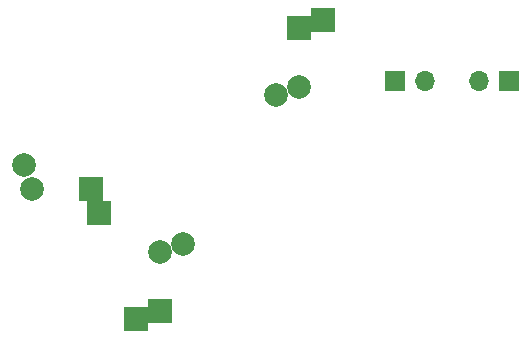
<source format=gbs>
%TF.GenerationSoftware,KiCad,Pcbnew,(6.0.1)*%
%TF.CreationDate,2022-02-22T15:36:59+00:00*%
%TF.ProjectId,Phantom Power Supply,5068616e-746f-46d2-9050-6f7765722053,rev?*%
%TF.SameCoordinates,Original*%
%TF.FileFunction,Soldermask,Bot*%
%TF.FilePolarity,Negative*%
%FSLAX46Y46*%
G04 Gerber Fmt 4.6, Leading zero omitted, Abs format (unit mm)*
G04 Created by KiCad (PCBNEW (6.0.1)) date 2022-02-22 15:36:59*
%MOMM*%
%LPD*%
G01*
G04 APERTURE LIST*
%ADD10O,1.700000X1.700000*%
%ADD11R,1.700000X1.700000*%
%ADD12R,2.000000X2.000000*%
%ADD13C,2.000000*%
G04 APERTURE END LIST*
D10*
%TO.C,J2 OUT*%
X87879000Y-51435000D03*
D11*
X85339000Y-51435000D03*
%TD*%
%TO.C,J1 IN*%
X95001000Y-51435000D03*
D10*
X92461000Y-51435000D03*
%TD*%
D12*
%TO.C,C8*%
X77216000Y-46920323D03*
X79216000Y-46248179D03*
D13*
X77216000Y-51920323D03*
X75216000Y-52592467D03*
%TD*%
%TO.C,C7*%
X53960533Y-58579000D03*
X54632677Y-60579000D03*
D12*
X60304821Y-62579000D03*
X59632677Y-60579000D03*
%TD*%
%TO.C,C6*%
X65405000Y-70913000D03*
X63405000Y-71585144D03*
D13*
X65405000Y-65913000D03*
X67405000Y-65240856D03*
%TD*%
M02*

</source>
